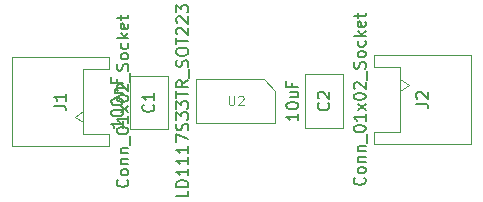
<source format=gbr>
%TF.GenerationSoftware,KiCad,Pcbnew,7.0.9*%
%TF.CreationDate,2024-09-22T22:34:37+04:00*%
%TF.ProjectId,LDO_Module,4c444f5f-4d6f-4647-956c-652e6b696361,1*%
%TF.SameCoordinates,Original*%
%TF.FileFunction,AssemblyDrawing,Top*%
%FSLAX46Y46*%
G04 Gerber Fmt 4.6, Leading zero omitted, Abs format (unit mm)*
G04 Created by KiCad (PCBNEW 7.0.9) date 2024-09-22 22:34:37*
%MOMM*%
%LPD*%
G01*
G04 APERTURE LIST*
%ADD10C,0.150000*%
%ADD11C,0.120000*%
%ADD12C,0.100000*%
G04 APERTURE END LIST*
D10*
X132374819Y-79291428D02*
X132374819Y-79862856D01*
X132374819Y-79577142D02*
X131374819Y-79577142D01*
X131374819Y-79577142D02*
X131517676Y-79672380D01*
X131517676Y-79672380D02*
X131612914Y-79767618D01*
X131612914Y-79767618D02*
X131660533Y-79862856D01*
X131374819Y-78672380D02*
X131374819Y-78577142D01*
X131374819Y-78577142D02*
X131422438Y-78481904D01*
X131422438Y-78481904D02*
X131470057Y-78434285D01*
X131470057Y-78434285D02*
X131565295Y-78386666D01*
X131565295Y-78386666D02*
X131755771Y-78339047D01*
X131755771Y-78339047D02*
X131993866Y-78339047D01*
X131993866Y-78339047D02*
X132184342Y-78386666D01*
X132184342Y-78386666D02*
X132279580Y-78434285D01*
X132279580Y-78434285D02*
X132327200Y-78481904D01*
X132327200Y-78481904D02*
X132374819Y-78577142D01*
X132374819Y-78577142D02*
X132374819Y-78672380D01*
X132374819Y-78672380D02*
X132327200Y-78767618D01*
X132327200Y-78767618D02*
X132279580Y-78815237D01*
X132279580Y-78815237D02*
X132184342Y-78862856D01*
X132184342Y-78862856D02*
X131993866Y-78910475D01*
X131993866Y-78910475D02*
X131755771Y-78910475D01*
X131755771Y-78910475D02*
X131565295Y-78862856D01*
X131565295Y-78862856D02*
X131470057Y-78815237D01*
X131470057Y-78815237D02*
X131422438Y-78767618D01*
X131422438Y-78767618D02*
X131374819Y-78672380D01*
X131708152Y-77481904D02*
X132374819Y-77481904D01*
X131708152Y-77910475D02*
X132231961Y-77910475D01*
X132231961Y-77910475D02*
X132327200Y-77862856D01*
X132327200Y-77862856D02*
X132374819Y-77767618D01*
X132374819Y-77767618D02*
X132374819Y-77624761D01*
X132374819Y-77624761D02*
X132327200Y-77529523D01*
X132327200Y-77529523D02*
X132279580Y-77481904D01*
X131851009Y-76672380D02*
X131851009Y-77005713D01*
X132374819Y-77005713D02*
X131374819Y-77005713D01*
X131374819Y-77005713D02*
X131374819Y-76529523D01*
X134929580Y-78386666D02*
X134977200Y-78434285D01*
X134977200Y-78434285D02*
X135024819Y-78577142D01*
X135024819Y-78577142D02*
X135024819Y-78672380D01*
X135024819Y-78672380D02*
X134977200Y-78815237D01*
X134977200Y-78815237D02*
X134881961Y-78910475D01*
X134881961Y-78910475D02*
X134786723Y-78958094D01*
X134786723Y-78958094D02*
X134596247Y-79005713D01*
X134596247Y-79005713D02*
X134453390Y-79005713D01*
X134453390Y-79005713D02*
X134262914Y-78958094D01*
X134262914Y-78958094D02*
X134167676Y-78910475D01*
X134167676Y-78910475D02*
X134072438Y-78815237D01*
X134072438Y-78815237D02*
X134024819Y-78672380D01*
X134024819Y-78672380D02*
X134024819Y-78577142D01*
X134024819Y-78577142D02*
X134072438Y-78434285D01*
X134072438Y-78434285D02*
X134120057Y-78386666D01*
X134120057Y-78005713D02*
X134072438Y-77958094D01*
X134072438Y-77958094D02*
X134024819Y-77862856D01*
X134024819Y-77862856D02*
X134024819Y-77624761D01*
X134024819Y-77624761D02*
X134072438Y-77529523D01*
X134072438Y-77529523D02*
X134120057Y-77481904D01*
X134120057Y-77481904D02*
X134215295Y-77434285D01*
X134215295Y-77434285D02*
X134310533Y-77434285D01*
X134310533Y-77434285D02*
X134453390Y-77481904D01*
X134453390Y-77481904D02*
X135024819Y-78053332D01*
X135024819Y-78053332D02*
X135024819Y-77434285D01*
X117544819Y-79907619D02*
X117544819Y-80479047D01*
X117544819Y-80193333D02*
X116544819Y-80193333D01*
X116544819Y-80193333D02*
X116687676Y-80288571D01*
X116687676Y-80288571D02*
X116782914Y-80383809D01*
X116782914Y-80383809D02*
X116830533Y-80479047D01*
X116544819Y-79288571D02*
X116544819Y-79193333D01*
X116544819Y-79193333D02*
X116592438Y-79098095D01*
X116592438Y-79098095D02*
X116640057Y-79050476D01*
X116640057Y-79050476D02*
X116735295Y-79002857D01*
X116735295Y-79002857D02*
X116925771Y-78955238D01*
X116925771Y-78955238D02*
X117163866Y-78955238D01*
X117163866Y-78955238D02*
X117354342Y-79002857D01*
X117354342Y-79002857D02*
X117449580Y-79050476D01*
X117449580Y-79050476D02*
X117497200Y-79098095D01*
X117497200Y-79098095D02*
X117544819Y-79193333D01*
X117544819Y-79193333D02*
X117544819Y-79288571D01*
X117544819Y-79288571D02*
X117497200Y-79383809D01*
X117497200Y-79383809D02*
X117449580Y-79431428D01*
X117449580Y-79431428D02*
X117354342Y-79479047D01*
X117354342Y-79479047D02*
X117163866Y-79526666D01*
X117163866Y-79526666D02*
X116925771Y-79526666D01*
X116925771Y-79526666D02*
X116735295Y-79479047D01*
X116735295Y-79479047D02*
X116640057Y-79431428D01*
X116640057Y-79431428D02*
X116592438Y-79383809D01*
X116592438Y-79383809D02*
X116544819Y-79288571D01*
X116544819Y-78336190D02*
X116544819Y-78240952D01*
X116544819Y-78240952D02*
X116592438Y-78145714D01*
X116592438Y-78145714D02*
X116640057Y-78098095D01*
X116640057Y-78098095D02*
X116735295Y-78050476D01*
X116735295Y-78050476D02*
X116925771Y-78002857D01*
X116925771Y-78002857D02*
X117163866Y-78002857D01*
X117163866Y-78002857D02*
X117354342Y-78050476D01*
X117354342Y-78050476D02*
X117449580Y-78098095D01*
X117449580Y-78098095D02*
X117497200Y-78145714D01*
X117497200Y-78145714D02*
X117544819Y-78240952D01*
X117544819Y-78240952D02*
X117544819Y-78336190D01*
X117544819Y-78336190D02*
X117497200Y-78431428D01*
X117497200Y-78431428D02*
X117449580Y-78479047D01*
X117449580Y-78479047D02*
X117354342Y-78526666D01*
X117354342Y-78526666D02*
X117163866Y-78574285D01*
X117163866Y-78574285D02*
X116925771Y-78574285D01*
X116925771Y-78574285D02*
X116735295Y-78526666D01*
X116735295Y-78526666D02*
X116640057Y-78479047D01*
X116640057Y-78479047D02*
X116592438Y-78431428D01*
X116592438Y-78431428D02*
X116544819Y-78336190D01*
X116878152Y-77574285D02*
X117544819Y-77574285D01*
X116973390Y-77574285D02*
X116925771Y-77526666D01*
X116925771Y-77526666D02*
X116878152Y-77431428D01*
X116878152Y-77431428D02*
X116878152Y-77288571D01*
X116878152Y-77288571D02*
X116925771Y-77193333D01*
X116925771Y-77193333D02*
X117021009Y-77145714D01*
X117021009Y-77145714D02*
X117544819Y-77145714D01*
X117021009Y-76336190D02*
X117021009Y-76669523D01*
X117544819Y-76669523D02*
X116544819Y-76669523D01*
X116544819Y-76669523D02*
X116544819Y-76193333D01*
X120099580Y-78526666D02*
X120147200Y-78574285D01*
X120147200Y-78574285D02*
X120194819Y-78717142D01*
X120194819Y-78717142D02*
X120194819Y-78812380D01*
X120194819Y-78812380D02*
X120147200Y-78955237D01*
X120147200Y-78955237D02*
X120051961Y-79050475D01*
X120051961Y-79050475D02*
X119956723Y-79098094D01*
X119956723Y-79098094D02*
X119766247Y-79145713D01*
X119766247Y-79145713D02*
X119623390Y-79145713D01*
X119623390Y-79145713D02*
X119432914Y-79098094D01*
X119432914Y-79098094D02*
X119337676Y-79050475D01*
X119337676Y-79050475D02*
X119242438Y-78955237D01*
X119242438Y-78955237D02*
X119194819Y-78812380D01*
X119194819Y-78812380D02*
X119194819Y-78717142D01*
X119194819Y-78717142D02*
X119242438Y-78574285D01*
X119242438Y-78574285D02*
X119290057Y-78526666D01*
X120194819Y-77574285D02*
X120194819Y-78145713D01*
X120194819Y-77859999D02*
X119194819Y-77859999D01*
X119194819Y-77859999D02*
X119337676Y-77955237D01*
X119337676Y-77955237D02*
X119432914Y-78050475D01*
X119432914Y-78050475D02*
X119480533Y-78145713D01*
X123064819Y-85815238D02*
X123064819Y-86291428D01*
X123064819Y-86291428D02*
X122064819Y-86291428D01*
X123064819Y-85481904D02*
X122064819Y-85481904D01*
X122064819Y-85481904D02*
X122064819Y-85243809D01*
X122064819Y-85243809D02*
X122112438Y-85100952D01*
X122112438Y-85100952D02*
X122207676Y-85005714D01*
X122207676Y-85005714D02*
X122302914Y-84958095D01*
X122302914Y-84958095D02*
X122493390Y-84910476D01*
X122493390Y-84910476D02*
X122636247Y-84910476D01*
X122636247Y-84910476D02*
X122826723Y-84958095D01*
X122826723Y-84958095D02*
X122921961Y-85005714D01*
X122921961Y-85005714D02*
X123017200Y-85100952D01*
X123017200Y-85100952D02*
X123064819Y-85243809D01*
X123064819Y-85243809D02*
X123064819Y-85481904D01*
X123064819Y-83958095D02*
X123064819Y-84529523D01*
X123064819Y-84243809D02*
X122064819Y-84243809D01*
X122064819Y-84243809D02*
X122207676Y-84339047D01*
X122207676Y-84339047D02*
X122302914Y-84434285D01*
X122302914Y-84434285D02*
X122350533Y-84529523D01*
X123064819Y-83005714D02*
X123064819Y-83577142D01*
X123064819Y-83291428D02*
X122064819Y-83291428D01*
X122064819Y-83291428D02*
X122207676Y-83386666D01*
X122207676Y-83386666D02*
X122302914Y-83481904D01*
X122302914Y-83481904D02*
X122350533Y-83577142D01*
X123064819Y-82053333D02*
X123064819Y-82624761D01*
X123064819Y-82339047D02*
X122064819Y-82339047D01*
X122064819Y-82339047D02*
X122207676Y-82434285D01*
X122207676Y-82434285D02*
X122302914Y-82529523D01*
X122302914Y-82529523D02*
X122350533Y-82624761D01*
X122064819Y-81719999D02*
X122064819Y-81053333D01*
X122064819Y-81053333D02*
X123064819Y-81481904D01*
X123017200Y-80719999D02*
X123064819Y-80577142D01*
X123064819Y-80577142D02*
X123064819Y-80339047D01*
X123064819Y-80339047D02*
X123017200Y-80243809D01*
X123017200Y-80243809D02*
X122969580Y-80196190D01*
X122969580Y-80196190D02*
X122874342Y-80148571D01*
X122874342Y-80148571D02*
X122779104Y-80148571D01*
X122779104Y-80148571D02*
X122683866Y-80196190D01*
X122683866Y-80196190D02*
X122636247Y-80243809D01*
X122636247Y-80243809D02*
X122588628Y-80339047D01*
X122588628Y-80339047D02*
X122541009Y-80529523D01*
X122541009Y-80529523D02*
X122493390Y-80624761D01*
X122493390Y-80624761D02*
X122445771Y-80672380D01*
X122445771Y-80672380D02*
X122350533Y-80719999D01*
X122350533Y-80719999D02*
X122255295Y-80719999D01*
X122255295Y-80719999D02*
X122160057Y-80672380D01*
X122160057Y-80672380D02*
X122112438Y-80624761D01*
X122112438Y-80624761D02*
X122064819Y-80529523D01*
X122064819Y-80529523D02*
X122064819Y-80291428D01*
X122064819Y-80291428D02*
X122112438Y-80148571D01*
X122064819Y-79815237D02*
X122064819Y-79196190D01*
X122064819Y-79196190D02*
X122445771Y-79529523D01*
X122445771Y-79529523D02*
X122445771Y-79386666D01*
X122445771Y-79386666D02*
X122493390Y-79291428D01*
X122493390Y-79291428D02*
X122541009Y-79243809D01*
X122541009Y-79243809D02*
X122636247Y-79196190D01*
X122636247Y-79196190D02*
X122874342Y-79196190D01*
X122874342Y-79196190D02*
X122969580Y-79243809D01*
X122969580Y-79243809D02*
X123017200Y-79291428D01*
X123017200Y-79291428D02*
X123064819Y-79386666D01*
X123064819Y-79386666D02*
X123064819Y-79672380D01*
X123064819Y-79672380D02*
X123017200Y-79767618D01*
X123017200Y-79767618D02*
X122969580Y-79815237D01*
X122064819Y-78862856D02*
X122064819Y-78243809D01*
X122064819Y-78243809D02*
X122445771Y-78577142D01*
X122445771Y-78577142D02*
X122445771Y-78434285D01*
X122445771Y-78434285D02*
X122493390Y-78339047D01*
X122493390Y-78339047D02*
X122541009Y-78291428D01*
X122541009Y-78291428D02*
X122636247Y-78243809D01*
X122636247Y-78243809D02*
X122874342Y-78243809D01*
X122874342Y-78243809D02*
X122969580Y-78291428D01*
X122969580Y-78291428D02*
X123017200Y-78339047D01*
X123017200Y-78339047D02*
X123064819Y-78434285D01*
X123064819Y-78434285D02*
X123064819Y-78719999D01*
X123064819Y-78719999D02*
X123017200Y-78815237D01*
X123017200Y-78815237D02*
X122969580Y-78862856D01*
X122064819Y-77958094D02*
X122064819Y-77386666D01*
X123064819Y-77672380D02*
X122064819Y-77672380D01*
X123064819Y-76481904D02*
X122588628Y-76815237D01*
X123064819Y-77053332D02*
X122064819Y-77053332D01*
X122064819Y-77053332D02*
X122064819Y-76672380D01*
X122064819Y-76672380D02*
X122112438Y-76577142D01*
X122112438Y-76577142D02*
X122160057Y-76529523D01*
X122160057Y-76529523D02*
X122255295Y-76481904D01*
X122255295Y-76481904D02*
X122398152Y-76481904D01*
X122398152Y-76481904D02*
X122493390Y-76529523D01*
X122493390Y-76529523D02*
X122541009Y-76577142D01*
X122541009Y-76577142D02*
X122588628Y-76672380D01*
X122588628Y-76672380D02*
X122588628Y-77053332D01*
X123160057Y-76291428D02*
X123160057Y-75529523D01*
X123017200Y-75339046D02*
X123064819Y-75196189D01*
X123064819Y-75196189D02*
X123064819Y-74958094D01*
X123064819Y-74958094D02*
X123017200Y-74862856D01*
X123017200Y-74862856D02*
X122969580Y-74815237D01*
X122969580Y-74815237D02*
X122874342Y-74767618D01*
X122874342Y-74767618D02*
X122779104Y-74767618D01*
X122779104Y-74767618D02*
X122683866Y-74815237D01*
X122683866Y-74815237D02*
X122636247Y-74862856D01*
X122636247Y-74862856D02*
X122588628Y-74958094D01*
X122588628Y-74958094D02*
X122541009Y-75148570D01*
X122541009Y-75148570D02*
X122493390Y-75243808D01*
X122493390Y-75243808D02*
X122445771Y-75291427D01*
X122445771Y-75291427D02*
X122350533Y-75339046D01*
X122350533Y-75339046D02*
X122255295Y-75339046D01*
X122255295Y-75339046D02*
X122160057Y-75291427D01*
X122160057Y-75291427D02*
X122112438Y-75243808D01*
X122112438Y-75243808D02*
X122064819Y-75148570D01*
X122064819Y-75148570D02*
X122064819Y-74910475D01*
X122064819Y-74910475D02*
X122112438Y-74767618D01*
X122064819Y-74148570D02*
X122064819Y-73958094D01*
X122064819Y-73958094D02*
X122112438Y-73862856D01*
X122112438Y-73862856D02*
X122207676Y-73767618D01*
X122207676Y-73767618D02*
X122398152Y-73719999D01*
X122398152Y-73719999D02*
X122731485Y-73719999D01*
X122731485Y-73719999D02*
X122921961Y-73767618D01*
X122921961Y-73767618D02*
X123017200Y-73862856D01*
X123017200Y-73862856D02*
X123064819Y-73958094D01*
X123064819Y-73958094D02*
X123064819Y-74148570D01*
X123064819Y-74148570D02*
X123017200Y-74243808D01*
X123017200Y-74243808D02*
X122921961Y-74339046D01*
X122921961Y-74339046D02*
X122731485Y-74386665D01*
X122731485Y-74386665D02*
X122398152Y-74386665D01*
X122398152Y-74386665D02*
X122207676Y-74339046D01*
X122207676Y-74339046D02*
X122112438Y-74243808D01*
X122112438Y-74243808D02*
X122064819Y-74148570D01*
X122064819Y-73434284D02*
X122064819Y-72862856D01*
X123064819Y-73148570D02*
X122064819Y-73148570D01*
X122160057Y-72577141D02*
X122112438Y-72529522D01*
X122112438Y-72529522D02*
X122064819Y-72434284D01*
X122064819Y-72434284D02*
X122064819Y-72196189D01*
X122064819Y-72196189D02*
X122112438Y-72100951D01*
X122112438Y-72100951D02*
X122160057Y-72053332D01*
X122160057Y-72053332D02*
X122255295Y-72005713D01*
X122255295Y-72005713D02*
X122350533Y-72005713D01*
X122350533Y-72005713D02*
X122493390Y-72053332D01*
X122493390Y-72053332D02*
X123064819Y-72624760D01*
X123064819Y-72624760D02*
X123064819Y-72005713D01*
X122160057Y-71624760D02*
X122112438Y-71577141D01*
X122112438Y-71577141D02*
X122064819Y-71481903D01*
X122064819Y-71481903D02*
X122064819Y-71243808D01*
X122064819Y-71243808D02*
X122112438Y-71148570D01*
X122112438Y-71148570D02*
X122160057Y-71100951D01*
X122160057Y-71100951D02*
X122255295Y-71053332D01*
X122255295Y-71053332D02*
X122350533Y-71053332D01*
X122350533Y-71053332D02*
X122493390Y-71100951D01*
X122493390Y-71100951D02*
X123064819Y-71672379D01*
X123064819Y-71672379D02*
X123064819Y-71053332D01*
X122064819Y-70719998D02*
X122064819Y-70100951D01*
X122064819Y-70100951D02*
X122445771Y-70434284D01*
X122445771Y-70434284D02*
X122445771Y-70291427D01*
X122445771Y-70291427D02*
X122493390Y-70196189D01*
X122493390Y-70196189D02*
X122541009Y-70148570D01*
X122541009Y-70148570D02*
X122636247Y-70100951D01*
X122636247Y-70100951D02*
X122874342Y-70100951D01*
X122874342Y-70100951D02*
X122969580Y-70148570D01*
X122969580Y-70148570D02*
X123017200Y-70196189D01*
X123017200Y-70196189D02*
X123064819Y-70291427D01*
X123064819Y-70291427D02*
X123064819Y-70577141D01*
X123064819Y-70577141D02*
X123017200Y-70672379D01*
X123017200Y-70672379D02*
X122969580Y-70719998D01*
D11*
X126500476Y-77783855D02*
X126500476Y-78431474D01*
X126500476Y-78431474D02*
X126538571Y-78507664D01*
X126538571Y-78507664D02*
X126576666Y-78545760D01*
X126576666Y-78545760D02*
X126652857Y-78583855D01*
X126652857Y-78583855D02*
X126805238Y-78583855D01*
X126805238Y-78583855D02*
X126881428Y-78545760D01*
X126881428Y-78545760D02*
X126919523Y-78507664D01*
X126919523Y-78507664D02*
X126957619Y-78431474D01*
X126957619Y-78431474D02*
X126957619Y-77783855D01*
X127300475Y-77860045D02*
X127338571Y-77821950D01*
X127338571Y-77821950D02*
X127414761Y-77783855D01*
X127414761Y-77783855D02*
X127605237Y-77783855D01*
X127605237Y-77783855D02*
X127681428Y-77821950D01*
X127681428Y-77821950D02*
X127719523Y-77860045D01*
X127719523Y-77860045D02*
X127757618Y-77936236D01*
X127757618Y-77936236D02*
X127757618Y-78012426D01*
X127757618Y-78012426D02*
X127719523Y-78126712D01*
X127719523Y-78126712D02*
X127262380Y-78583855D01*
X127262380Y-78583855D02*
X127757618Y-78583855D01*
D10*
X137989580Y-84715239D02*
X138037200Y-84762858D01*
X138037200Y-84762858D02*
X138084819Y-84905715D01*
X138084819Y-84905715D02*
X138084819Y-85000953D01*
X138084819Y-85000953D02*
X138037200Y-85143810D01*
X138037200Y-85143810D02*
X137941961Y-85239048D01*
X137941961Y-85239048D02*
X137846723Y-85286667D01*
X137846723Y-85286667D02*
X137656247Y-85334286D01*
X137656247Y-85334286D02*
X137513390Y-85334286D01*
X137513390Y-85334286D02*
X137322914Y-85286667D01*
X137322914Y-85286667D02*
X137227676Y-85239048D01*
X137227676Y-85239048D02*
X137132438Y-85143810D01*
X137132438Y-85143810D02*
X137084819Y-85000953D01*
X137084819Y-85000953D02*
X137084819Y-84905715D01*
X137084819Y-84905715D02*
X137132438Y-84762858D01*
X137132438Y-84762858D02*
X137180057Y-84715239D01*
X138084819Y-84143810D02*
X138037200Y-84239048D01*
X138037200Y-84239048D02*
X137989580Y-84286667D01*
X137989580Y-84286667D02*
X137894342Y-84334286D01*
X137894342Y-84334286D02*
X137608628Y-84334286D01*
X137608628Y-84334286D02*
X137513390Y-84286667D01*
X137513390Y-84286667D02*
X137465771Y-84239048D01*
X137465771Y-84239048D02*
X137418152Y-84143810D01*
X137418152Y-84143810D02*
X137418152Y-84000953D01*
X137418152Y-84000953D02*
X137465771Y-83905715D01*
X137465771Y-83905715D02*
X137513390Y-83858096D01*
X137513390Y-83858096D02*
X137608628Y-83810477D01*
X137608628Y-83810477D02*
X137894342Y-83810477D01*
X137894342Y-83810477D02*
X137989580Y-83858096D01*
X137989580Y-83858096D02*
X138037200Y-83905715D01*
X138037200Y-83905715D02*
X138084819Y-84000953D01*
X138084819Y-84000953D02*
X138084819Y-84143810D01*
X137418152Y-83381905D02*
X138084819Y-83381905D01*
X137513390Y-83381905D02*
X137465771Y-83334286D01*
X137465771Y-83334286D02*
X137418152Y-83239048D01*
X137418152Y-83239048D02*
X137418152Y-83096191D01*
X137418152Y-83096191D02*
X137465771Y-83000953D01*
X137465771Y-83000953D02*
X137561009Y-82953334D01*
X137561009Y-82953334D02*
X138084819Y-82953334D01*
X137418152Y-82477143D02*
X138084819Y-82477143D01*
X137513390Y-82477143D02*
X137465771Y-82429524D01*
X137465771Y-82429524D02*
X137418152Y-82334286D01*
X137418152Y-82334286D02*
X137418152Y-82191429D01*
X137418152Y-82191429D02*
X137465771Y-82096191D01*
X137465771Y-82096191D02*
X137561009Y-82048572D01*
X137561009Y-82048572D02*
X138084819Y-82048572D01*
X138180057Y-81810477D02*
X138180057Y-81048572D01*
X137084819Y-80620000D02*
X137084819Y-80524762D01*
X137084819Y-80524762D02*
X137132438Y-80429524D01*
X137132438Y-80429524D02*
X137180057Y-80381905D01*
X137180057Y-80381905D02*
X137275295Y-80334286D01*
X137275295Y-80334286D02*
X137465771Y-80286667D01*
X137465771Y-80286667D02*
X137703866Y-80286667D01*
X137703866Y-80286667D02*
X137894342Y-80334286D01*
X137894342Y-80334286D02*
X137989580Y-80381905D01*
X137989580Y-80381905D02*
X138037200Y-80429524D01*
X138037200Y-80429524D02*
X138084819Y-80524762D01*
X138084819Y-80524762D02*
X138084819Y-80620000D01*
X138084819Y-80620000D02*
X138037200Y-80715238D01*
X138037200Y-80715238D02*
X137989580Y-80762857D01*
X137989580Y-80762857D02*
X137894342Y-80810476D01*
X137894342Y-80810476D02*
X137703866Y-80858095D01*
X137703866Y-80858095D02*
X137465771Y-80858095D01*
X137465771Y-80858095D02*
X137275295Y-80810476D01*
X137275295Y-80810476D02*
X137180057Y-80762857D01*
X137180057Y-80762857D02*
X137132438Y-80715238D01*
X137132438Y-80715238D02*
X137084819Y-80620000D01*
X138084819Y-79334286D02*
X138084819Y-79905714D01*
X138084819Y-79620000D02*
X137084819Y-79620000D01*
X137084819Y-79620000D02*
X137227676Y-79715238D01*
X137227676Y-79715238D02*
X137322914Y-79810476D01*
X137322914Y-79810476D02*
X137370533Y-79905714D01*
X138084819Y-79000952D02*
X137418152Y-78477143D01*
X137418152Y-79000952D02*
X138084819Y-78477143D01*
X137084819Y-77905714D02*
X137084819Y-77810476D01*
X137084819Y-77810476D02*
X137132438Y-77715238D01*
X137132438Y-77715238D02*
X137180057Y-77667619D01*
X137180057Y-77667619D02*
X137275295Y-77620000D01*
X137275295Y-77620000D02*
X137465771Y-77572381D01*
X137465771Y-77572381D02*
X137703866Y-77572381D01*
X137703866Y-77572381D02*
X137894342Y-77620000D01*
X137894342Y-77620000D02*
X137989580Y-77667619D01*
X137989580Y-77667619D02*
X138037200Y-77715238D01*
X138037200Y-77715238D02*
X138084819Y-77810476D01*
X138084819Y-77810476D02*
X138084819Y-77905714D01*
X138084819Y-77905714D02*
X138037200Y-78000952D01*
X138037200Y-78000952D02*
X137989580Y-78048571D01*
X137989580Y-78048571D02*
X137894342Y-78096190D01*
X137894342Y-78096190D02*
X137703866Y-78143809D01*
X137703866Y-78143809D02*
X137465771Y-78143809D01*
X137465771Y-78143809D02*
X137275295Y-78096190D01*
X137275295Y-78096190D02*
X137180057Y-78048571D01*
X137180057Y-78048571D02*
X137132438Y-78000952D01*
X137132438Y-78000952D02*
X137084819Y-77905714D01*
X137180057Y-77191428D02*
X137132438Y-77143809D01*
X137132438Y-77143809D02*
X137084819Y-77048571D01*
X137084819Y-77048571D02*
X137084819Y-76810476D01*
X137084819Y-76810476D02*
X137132438Y-76715238D01*
X137132438Y-76715238D02*
X137180057Y-76667619D01*
X137180057Y-76667619D02*
X137275295Y-76620000D01*
X137275295Y-76620000D02*
X137370533Y-76620000D01*
X137370533Y-76620000D02*
X137513390Y-76667619D01*
X137513390Y-76667619D02*
X138084819Y-77239047D01*
X138084819Y-77239047D02*
X138084819Y-76620000D01*
X138180057Y-76429524D02*
X138180057Y-75667619D01*
X138037200Y-75477142D02*
X138084819Y-75334285D01*
X138084819Y-75334285D02*
X138084819Y-75096190D01*
X138084819Y-75096190D02*
X138037200Y-75000952D01*
X138037200Y-75000952D02*
X137989580Y-74953333D01*
X137989580Y-74953333D02*
X137894342Y-74905714D01*
X137894342Y-74905714D02*
X137799104Y-74905714D01*
X137799104Y-74905714D02*
X137703866Y-74953333D01*
X137703866Y-74953333D02*
X137656247Y-75000952D01*
X137656247Y-75000952D02*
X137608628Y-75096190D01*
X137608628Y-75096190D02*
X137561009Y-75286666D01*
X137561009Y-75286666D02*
X137513390Y-75381904D01*
X137513390Y-75381904D02*
X137465771Y-75429523D01*
X137465771Y-75429523D02*
X137370533Y-75477142D01*
X137370533Y-75477142D02*
X137275295Y-75477142D01*
X137275295Y-75477142D02*
X137180057Y-75429523D01*
X137180057Y-75429523D02*
X137132438Y-75381904D01*
X137132438Y-75381904D02*
X137084819Y-75286666D01*
X137084819Y-75286666D02*
X137084819Y-75048571D01*
X137084819Y-75048571D02*
X137132438Y-74905714D01*
X138084819Y-74334285D02*
X138037200Y-74429523D01*
X138037200Y-74429523D02*
X137989580Y-74477142D01*
X137989580Y-74477142D02*
X137894342Y-74524761D01*
X137894342Y-74524761D02*
X137608628Y-74524761D01*
X137608628Y-74524761D02*
X137513390Y-74477142D01*
X137513390Y-74477142D02*
X137465771Y-74429523D01*
X137465771Y-74429523D02*
X137418152Y-74334285D01*
X137418152Y-74334285D02*
X137418152Y-74191428D01*
X137418152Y-74191428D02*
X137465771Y-74096190D01*
X137465771Y-74096190D02*
X137513390Y-74048571D01*
X137513390Y-74048571D02*
X137608628Y-74000952D01*
X137608628Y-74000952D02*
X137894342Y-74000952D01*
X137894342Y-74000952D02*
X137989580Y-74048571D01*
X137989580Y-74048571D02*
X138037200Y-74096190D01*
X138037200Y-74096190D02*
X138084819Y-74191428D01*
X138084819Y-74191428D02*
X138084819Y-74334285D01*
X138037200Y-73143809D02*
X138084819Y-73239047D01*
X138084819Y-73239047D02*
X138084819Y-73429523D01*
X138084819Y-73429523D02*
X138037200Y-73524761D01*
X138037200Y-73524761D02*
X137989580Y-73572380D01*
X137989580Y-73572380D02*
X137894342Y-73619999D01*
X137894342Y-73619999D02*
X137608628Y-73619999D01*
X137608628Y-73619999D02*
X137513390Y-73572380D01*
X137513390Y-73572380D02*
X137465771Y-73524761D01*
X137465771Y-73524761D02*
X137418152Y-73429523D01*
X137418152Y-73429523D02*
X137418152Y-73239047D01*
X137418152Y-73239047D02*
X137465771Y-73143809D01*
X138084819Y-72715237D02*
X137084819Y-72715237D01*
X137703866Y-72619999D02*
X138084819Y-72334285D01*
X137418152Y-72334285D02*
X137799104Y-72715237D01*
X138037200Y-71524761D02*
X138084819Y-71619999D01*
X138084819Y-71619999D02*
X138084819Y-71810475D01*
X138084819Y-71810475D02*
X138037200Y-71905713D01*
X138037200Y-71905713D02*
X137941961Y-71953332D01*
X137941961Y-71953332D02*
X137561009Y-71953332D01*
X137561009Y-71953332D02*
X137465771Y-71905713D01*
X137465771Y-71905713D02*
X137418152Y-71810475D01*
X137418152Y-71810475D02*
X137418152Y-71619999D01*
X137418152Y-71619999D02*
X137465771Y-71524761D01*
X137465771Y-71524761D02*
X137561009Y-71477142D01*
X137561009Y-71477142D02*
X137656247Y-71477142D01*
X137656247Y-71477142D02*
X137751485Y-71953332D01*
X137418152Y-71191427D02*
X137418152Y-70810475D01*
X137084819Y-71048570D02*
X137941961Y-71048570D01*
X137941961Y-71048570D02*
X138037200Y-71000951D01*
X138037200Y-71000951D02*
X138084819Y-70905713D01*
X138084819Y-70905713D02*
X138084819Y-70810475D01*
X142384819Y-78453333D02*
X143099104Y-78453333D01*
X143099104Y-78453333D02*
X143241961Y-78500952D01*
X143241961Y-78500952D02*
X143337200Y-78596190D01*
X143337200Y-78596190D02*
X143384819Y-78739047D01*
X143384819Y-78739047D02*
X143384819Y-78834285D01*
X142480057Y-78024761D02*
X142432438Y-77977142D01*
X142432438Y-77977142D02*
X142384819Y-77881904D01*
X142384819Y-77881904D02*
X142384819Y-77643809D01*
X142384819Y-77643809D02*
X142432438Y-77548571D01*
X142432438Y-77548571D02*
X142480057Y-77500952D01*
X142480057Y-77500952D02*
X142575295Y-77453333D01*
X142575295Y-77453333D02*
X142670533Y-77453333D01*
X142670533Y-77453333D02*
X142813390Y-77500952D01*
X142813390Y-77500952D02*
X143384819Y-78072380D01*
X143384819Y-78072380D02*
X143384819Y-77453333D01*
X117922080Y-84885239D02*
X117969700Y-84932858D01*
X117969700Y-84932858D02*
X118017319Y-85075715D01*
X118017319Y-85075715D02*
X118017319Y-85170953D01*
X118017319Y-85170953D02*
X117969700Y-85313810D01*
X117969700Y-85313810D02*
X117874461Y-85409048D01*
X117874461Y-85409048D02*
X117779223Y-85456667D01*
X117779223Y-85456667D02*
X117588747Y-85504286D01*
X117588747Y-85504286D02*
X117445890Y-85504286D01*
X117445890Y-85504286D02*
X117255414Y-85456667D01*
X117255414Y-85456667D02*
X117160176Y-85409048D01*
X117160176Y-85409048D02*
X117064938Y-85313810D01*
X117064938Y-85313810D02*
X117017319Y-85170953D01*
X117017319Y-85170953D02*
X117017319Y-85075715D01*
X117017319Y-85075715D02*
X117064938Y-84932858D01*
X117064938Y-84932858D02*
X117112557Y-84885239D01*
X118017319Y-84313810D02*
X117969700Y-84409048D01*
X117969700Y-84409048D02*
X117922080Y-84456667D01*
X117922080Y-84456667D02*
X117826842Y-84504286D01*
X117826842Y-84504286D02*
X117541128Y-84504286D01*
X117541128Y-84504286D02*
X117445890Y-84456667D01*
X117445890Y-84456667D02*
X117398271Y-84409048D01*
X117398271Y-84409048D02*
X117350652Y-84313810D01*
X117350652Y-84313810D02*
X117350652Y-84170953D01*
X117350652Y-84170953D02*
X117398271Y-84075715D01*
X117398271Y-84075715D02*
X117445890Y-84028096D01*
X117445890Y-84028096D02*
X117541128Y-83980477D01*
X117541128Y-83980477D02*
X117826842Y-83980477D01*
X117826842Y-83980477D02*
X117922080Y-84028096D01*
X117922080Y-84028096D02*
X117969700Y-84075715D01*
X117969700Y-84075715D02*
X118017319Y-84170953D01*
X118017319Y-84170953D02*
X118017319Y-84313810D01*
X117350652Y-83551905D02*
X118017319Y-83551905D01*
X117445890Y-83551905D02*
X117398271Y-83504286D01*
X117398271Y-83504286D02*
X117350652Y-83409048D01*
X117350652Y-83409048D02*
X117350652Y-83266191D01*
X117350652Y-83266191D02*
X117398271Y-83170953D01*
X117398271Y-83170953D02*
X117493509Y-83123334D01*
X117493509Y-83123334D02*
X118017319Y-83123334D01*
X117350652Y-82647143D02*
X118017319Y-82647143D01*
X117445890Y-82647143D02*
X117398271Y-82599524D01*
X117398271Y-82599524D02*
X117350652Y-82504286D01*
X117350652Y-82504286D02*
X117350652Y-82361429D01*
X117350652Y-82361429D02*
X117398271Y-82266191D01*
X117398271Y-82266191D02*
X117493509Y-82218572D01*
X117493509Y-82218572D02*
X118017319Y-82218572D01*
X118112557Y-81980477D02*
X118112557Y-81218572D01*
X117017319Y-80790000D02*
X117017319Y-80694762D01*
X117017319Y-80694762D02*
X117064938Y-80599524D01*
X117064938Y-80599524D02*
X117112557Y-80551905D01*
X117112557Y-80551905D02*
X117207795Y-80504286D01*
X117207795Y-80504286D02*
X117398271Y-80456667D01*
X117398271Y-80456667D02*
X117636366Y-80456667D01*
X117636366Y-80456667D02*
X117826842Y-80504286D01*
X117826842Y-80504286D02*
X117922080Y-80551905D01*
X117922080Y-80551905D02*
X117969700Y-80599524D01*
X117969700Y-80599524D02*
X118017319Y-80694762D01*
X118017319Y-80694762D02*
X118017319Y-80790000D01*
X118017319Y-80790000D02*
X117969700Y-80885238D01*
X117969700Y-80885238D02*
X117922080Y-80932857D01*
X117922080Y-80932857D02*
X117826842Y-80980476D01*
X117826842Y-80980476D02*
X117636366Y-81028095D01*
X117636366Y-81028095D02*
X117398271Y-81028095D01*
X117398271Y-81028095D02*
X117207795Y-80980476D01*
X117207795Y-80980476D02*
X117112557Y-80932857D01*
X117112557Y-80932857D02*
X117064938Y-80885238D01*
X117064938Y-80885238D02*
X117017319Y-80790000D01*
X118017319Y-79504286D02*
X118017319Y-80075714D01*
X118017319Y-79790000D02*
X117017319Y-79790000D01*
X117017319Y-79790000D02*
X117160176Y-79885238D01*
X117160176Y-79885238D02*
X117255414Y-79980476D01*
X117255414Y-79980476D02*
X117303033Y-80075714D01*
X118017319Y-79170952D02*
X117350652Y-78647143D01*
X117350652Y-79170952D02*
X118017319Y-78647143D01*
X117017319Y-78075714D02*
X117017319Y-77980476D01*
X117017319Y-77980476D02*
X117064938Y-77885238D01*
X117064938Y-77885238D02*
X117112557Y-77837619D01*
X117112557Y-77837619D02*
X117207795Y-77790000D01*
X117207795Y-77790000D02*
X117398271Y-77742381D01*
X117398271Y-77742381D02*
X117636366Y-77742381D01*
X117636366Y-77742381D02*
X117826842Y-77790000D01*
X117826842Y-77790000D02*
X117922080Y-77837619D01*
X117922080Y-77837619D02*
X117969700Y-77885238D01*
X117969700Y-77885238D02*
X118017319Y-77980476D01*
X118017319Y-77980476D02*
X118017319Y-78075714D01*
X118017319Y-78075714D02*
X117969700Y-78170952D01*
X117969700Y-78170952D02*
X117922080Y-78218571D01*
X117922080Y-78218571D02*
X117826842Y-78266190D01*
X117826842Y-78266190D02*
X117636366Y-78313809D01*
X117636366Y-78313809D02*
X117398271Y-78313809D01*
X117398271Y-78313809D02*
X117207795Y-78266190D01*
X117207795Y-78266190D02*
X117112557Y-78218571D01*
X117112557Y-78218571D02*
X117064938Y-78170952D01*
X117064938Y-78170952D02*
X117017319Y-78075714D01*
X117112557Y-77361428D02*
X117064938Y-77313809D01*
X117064938Y-77313809D02*
X117017319Y-77218571D01*
X117017319Y-77218571D02*
X117017319Y-76980476D01*
X117017319Y-76980476D02*
X117064938Y-76885238D01*
X117064938Y-76885238D02*
X117112557Y-76837619D01*
X117112557Y-76837619D02*
X117207795Y-76790000D01*
X117207795Y-76790000D02*
X117303033Y-76790000D01*
X117303033Y-76790000D02*
X117445890Y-76837619D01*
X117445890Y-76837619D02*
X118017319Y-77409047D01*
X118017319Y-77409047D02*
X118017319Y-76790000D01*
X118112557Y-76599524D02*
X118112557Y-75837619D01*
X117969700Y-75647142D02*
X118017319Y-75504285D01*
X118017319Y-75504285D02*
X118017319Y-75266190D01*
X118017319Y-75266190D02*
X117969700Y-75170952D01*
X117969700Y-75170952D02*
X117922080Y-75123333D01*
X117922080Y-75123333D02*
X117826842Y-75075714D01*
X117826842Y-75075714D02*
X117731604Y-75075714D01*
X117731604Y-75075714D02*
X117636366Y-75123333D01*
X117636366Y-75123333D02*
X117588747Y-75170952D01*
X117588747Y-75170952D02*
X117541128Y-75266190D01*
X117541128Y-75266190D02*
X117493509Y-75456666D01*
X117493509Y-75456666D02*
X117445890Y-75551904D01*
X117445890Y-75551904D02*
X117398271Y-75599523D01*
X117398271Y-75599523D02*
X117303033Y-75647142D01*
X117303033Y-75647142D02*
X117207795Y-75647142D01*
X117207795Y-75647142D02*
X117112557Y-75599523D01*
X117112557Y-75599523D02*
X117064938Y-75551904D01*
X117064938Y-75551904D02*
X117017319Y-75456666D01*
X117017319Y-75456666D02*
X117017319Y-75218571D01*
X117017319Y-75218571D02*
X117064938Y-75075714D01*
X118017319Y-74504285D02*
X117969700Y-74599523D01*
X117969700Y-74599523D02*
X117922080Y-74647142D01*
X117922080Y-74647142D02*
X117826842Y-74694761D01*
X117826842Y-74694761D02*
X117541128Y-74694761D01*
X117541128Y-74694761D02*
X117445890Y-74647142D01*
X117445890Y-74647142D02*
X117398271Y-74599523D01*
X117398271Y-74599523D02*
X117350652Y-74504285D01*
X117350652Y-74504285D02*
X117350652Y-74361428D01*
X117350652Y-74361428D02*
X117398271Y-74266190D01*
X117398271Y-74266190D02*
X117445890Y-74218571D01*
X117445890Y-74218571D02*
X117541128Y-74170952D01*
X117541128Y-74170952D02*
X117826842Y-74170952D01*
X117826842Y-74170952D02*
X117922080Y-74218571D01*
X117922080Y-74218571D02*
X117969700Y-74266190D01*
X117969700Y-74266190D02*
X118017319Y-74361428D01*
X118017319Y-74361428D02*
X118017319Y-74504285D01*
X117969700Y-73313809D02*
X118017319Y-73409047D01*
X118017319Y-73409047D02*
X118017319Y-73599523D01*
X118017319Y-73599523D02*
X117969700Y-73694761D01*
X117969700Y-73694761D02*
X117922080Y-73742380D01*
X117922080Y-73742380D02*
X117826842Y-73789999D01*
X117826842Y-73789999D02*
X117541128Y-73789999D01*
X117541128Y-73789999D02*
X117445890Y-73742380D01*
X117445890Y-73742380D02*
X117398271Y-73694761D01*
X117398271Y-73694761D02*
X117350652Y-73599523D01*
X117350652Y-73599523D02*
X117350652Y-73409047D01*
X117350652Y-73409047D02*
X117398271Y-73313809D01*
X118017319Y-72885237D02*
X117017319Y-72885237D01*
X117636366Y-72789999D02*
X118017319Y-72504285D01*
X117350652Y-72504285D02*
X117731604Y-72885237D01*
X117969700Y-71694761D02*
X118017319Y-71789999D01*
X118017319Y-71789999D02*
X118017319Y-71980475D01*
X118017319Y-71980475D02*
X117969700Y-72075713D01*
X117969700Y-72075713D02*
X117874461Y-72123332D01*
X117874461Y-72123332D02*
X117493509Y-72123332D01*
X117493509Y-72123332D02*
X117398271Y-72075713D01*
X117398271Y-72075713D02*
X117350652Y-71980475D01*
X117350652Y-71980475D02*
X117350652Y-71789999D01*
X117350652Y-71789999D02*
X117398271Y-71694761D01*
X117398271Y-71694761D02*
X117493509Y-71647142D01*
X117493509Y-71647142D02*
X117588747Y-71647142D01*
X117588747Y-71647142D02*
X117683985Y-72123332D01*
X117350652Y-71361427D02*
X117350652Y-70980475D01*
X117017319Y-71218570D02*
X117874461Y-71218570D01*
X117874461Y-71218570D02*
X117969700Y-71170951D01*
X117969700Y-71170951D02*
X118017319Y-71075713D01*
X118017319Y-71075713D02*
X118017319Y-70980475D01*
X111717319Y-78623333D02*
X112431604Y-78623333D01*
X112431604Y-78623333D02*
X112574461Y-78670952D01*
X112574461Y-78670952D02*
X112669700Y-78766190D01*
X112669700Y-78766190D02*
X112717319Y-78909047D01*
X112717319Y-78909047D02*
X112717319Y-79004285D01*
X112717319Y-77623333D02*
X112717319Y-78194761D01*
X112717319Y-77909047D02*
X111717319Y-77909047D01*
X111717319Y-77909047D02*
X111860176Y-78004285D01*
X111860176Y-78004285D02*
X111955414Y-78099523D01*
X111955414Y-78099523D02*
X112003033Y-78194761D01*
D12*
%TO.C,C2*%
X132970000Y-75970000D02*
X136170000Y-75970000D01*
X136170000Y-75970000D02*
X136170000Y-80470000D01*
X136170000Y-80470000D02*
X132970000Y-80470000D01*
X132970000Y-80470000D02*
X132970000Y-75970000D01*
%TO.C,C1*%
X118140000Y-76110000D02*
X121340000Y-76110000D01*
X121340000Y-76110000D02*
X121340000Y-80610000D01*
X121340000Y-80610000D02*
X118140000Y-80610000D01*
X118140000Y-80610000D02*
X118140000Y-76110000D01*
%TO.C,U2*%
X123760000Y-76370000D02*
X123760000Y-80070000D01*
X129460000Y-76370000D02*
X123760000Y-76370000D01*
X130460000Y-80070000D02*
X123760000Y-80070000D01*
X130460000Y-77370000D02*
X130460000Y-80070000D01*
X129460000Y-76370000D02*
X130460000Y-77370000D01*
%TO.C,J2*%
X141737107Y-76870000D02*
X141030000Y-77370000D01*
X141030000Y-80870000D02*
X141030000Y-75370000D01*
X138830000Y-81870000D02*
X138830000Y-80870000D01*
X141030000Y-76370000D02*
X141737107Y-76870000D01*
X138830000Y-80870000D02*
X141030000Y-80870000D01*
X141030000Y-75370000D02*
X138830000Y-75370000D01*
X147030000Y-74370000D02*
X147030000Y-81870000D01*
X147030000Y-81870000D02*
X138830000Y-81870000D01*
X138830000Y-74370000D02*
X147030000Y-74370000D01*
X138830000Y-75370000D02*
X138830000Y-74370000D01*
%TO.C,J1*%
X113455393Y-79540000D02*
X114162500Y-79040000D01*
X114162500Y-75540000D02*
X114162500Y-81040000D01*
X116362500Y-74540000D02*
X116362500Y-75540000D01*
X114162500Y-80040000D02*
X113455393Y-79540000D01*
X116362500Y-75540000D02*
X114162500Y-75540000D01*
X114162500Y-81040000D02*
X116362500Y-81040000D01*
X108162500Y-82040000D02*
X108162500Y-74540000D01*
X108162500Y-74540000D02*
X116362500Y-74540000D01*
X116362500Y-82040000D02*
X108162500Y-82040000D01*
X116362500Y-81040000D02*
X116362500Y-82040000D01*
%TD*%
M02*

</source>
